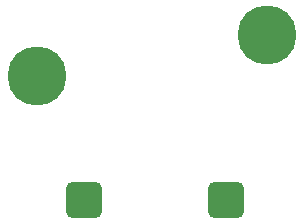
<source format=gbr>
%TF.GenerationSoftware,KiCad,Pcbnew,9.0.3*%
%TF.CreationDate,2025-07-17T16:21:41+10:00*%
%TF.ProjectId,motorMount,6d6f746f-724d-46f7-956e-742e6b696361,rev?*%
%TF.SameCoordinates,Original*%
%TF.FileFunction,Soldermask,Top*%
%TF.FilePolarity,Negative*%
%FSLAX46Y46*%
G04 Gerber Fmt 4.6, Leading zero omitted, Abs format (unit mm)*
G04 Created by KiCad (PCBNEW 9.0.3) date 2025-07-17 16:21:41*
%MOMM*%
%LPD*%
G01*
G04 APERTURE LIST*
G04 Aperture macros list*
%AMRoundRect*
0 Rectangle with rounded corners*
0 $1 Rounding radius*
0 $2 $3 $4 $5 $6 $7 $8 $9 X,Y pos of 4 corners*
0 Add a 4 corners polygon primitive as box body*
4,1,4,$2,$3,$4,$5,$6,$7,$8,$9,$2,$3,0*
0 Add four circle primitives for the rounded corners*
1,1,$1+$1,$2,$3*
1,1,$1+$1,$4,$5*
1,1,$1+$1,$6,$7*
1,1,$1+$1,$8,$9*
0 Add four rect primitives between the rounded corners*
20,1,$1+$1,$2,$3,$4,$5,0*
20,1,$1+$1,$4,$5,$6,$7,0*
20,1,$1+$1,$6,$7,$8,$9,0*
20,1,$1+$1,$8,$9,$2,$3,0*%
G04 Aperture macros list end*
%ADD10C,5.000000*%
%ADD11RoundRect,0.450000X-1.050000X-1.050000X1.050000X-1.050000X1.050000X1.050000X-1.050000X1.050000X0*%
G04 APERTURE END LIST*
D10*
%TO.C,H1*%
X138500000Y-98000000D03*
%TD*%
%TO.C,H2*%
X158000000Y-94500000D03*
%TD*%
D11*
%TO.C,U1*%
X142500000Y-108500000D03*
X154500000Y-108500000D03*
%TD*%
M02*

</source>
